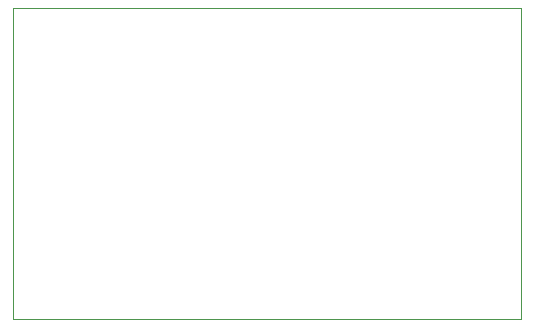
<source format=gbr>
%TF.GenerationSoftware,KiCad,Pcbnew,9.0.0*%
%TF.CreationDate,2025-07-05T14:51:01+02:00*%
%TF.ProjectId,pc-switch,70632d73-7769-4746-9368-2e6b69636164,rev?*%
%TF.SameCoordinates,Original*%
%TF.FileFunction,Profile,NP*%
%FSLAX46Y46*%
G04 Gerber Fmt 4.6, Leading zero omitted, Abs format (unit mm)*
G04 Created by KiCad (PCBNEW 9.0.0) date 2025-07-05 14:51:01*
%MOMM*%
%LPD*%
G01*
G04 APERTURE LIST*
%TA.AperFunction,Profile*%
%ADD10C,0.050000*%
%TD*%
G04 APERTURE END LIST*
D10*
X113850000Y-73700000D02*
X156850000Y-73700000D01*
X156850000Y-100000000D01*
X113850000Y-100000000D01*
X113850000Y-73700000D01*
M02*

</source>
